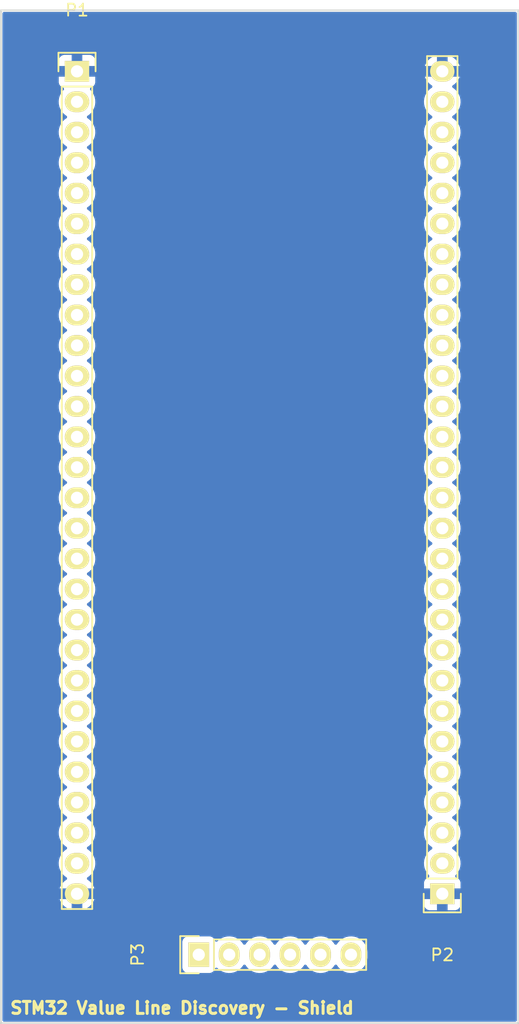
<source format=kicad_pcb>
(kicad_pcb (version 20221018) (generator pcbnew)
  (title_block (title "STM32 Value Line Discovery - Shiled board") (rev "1.0"))
  (layers (0 "F.Cu" signal) (31 "B.Cu" signal) (34 "B.Paste" user) (35 "F.Paste" user) (36 "B.SilkS" user "B.Silkscreen") (37 "F.SilkS" user "F.Silkscreen") (38 "B.Mask" user) (39 "F.Mask" user) (44 "Edge.Cuts" user))
  (net 0 "")
  (net 1 "GND")
  (footprint "Pin_Headers:Pin_Header_Straight_1x06" (layer "F.Cu") (at 49.53 113.03 90)
    (fp_text reference "P3" (at 0 -5.1 90) (layer "F.SilkS"))
    (fp_text value "CONN6")
    (fp_line (start -1.55 -1.55) (end 1.55 -1.55) (stroke (width 0.15)) (layer "F.SilkS"))
    (fp_line (start -1.55 0) (end -1.55 -1.55) (stroke (width 0.15)) (layer "F.SilkS"))
    (fp_line (start -1.27 13.97) (end -1.27 1.27) (stroke (width 0.15)) (layer "F.SilkS"))
    (fp_line (start 1.27 1.27) (end -1.27 1.27) (stroke (width 0.15)) (layer "F.SilkS"))
    (fp_line (start 1.27 1.27) (end 1.27 13.97) (stroke (width 0.15)) (layer "F.SilkS"))
    (fp_line (start 1.27 13.97) (end -1.27 13.97) (stroke (width 0.15)) (layer "F.SilkS"))
    (fp_line (start 1.55 -1.55) (end 1.55 0) (stroke (width 0.15)) (layer "F.SilkS"))
    (pad "1" thru_hole rect (at 0 0 90) (size 2.032 1.7272) (drill 1.016) (layers "*.Cu" "*.Mask" "F.SilkS"))
    (pad "2" thru_hole oval (at 0 2.54 90) (size 2.032 1.7272) (drill 1.016) (layers "*.Cu" "*.Mask" "F.SilkS"))
    (pad "3" thru_hole oval (at 0 5.08 90) (size 2.032 1.7272) (drill 1.016) (layers "*.Cu" "*.Mask" "F.SilkS"))
    (pad "4" thru_hole oval (at 0 7.62 90) (size 2.032 1.7272) (drill 1.016) (layers "*.Cu" "*.Mask" "F.SilkS"))
    (pad "5" thru_hole oval (at 0 10.16 90) (size 2.032 1.7272) (drill 1.016) (layers "*.Cu" "*.Mask" "F.SilkS"))
    (pad "6" thru_hole oval (at 0 12.7 90) (size 2.032 1.7272) (drill 1.016) (layers "*.Cu" "*.Mask" "F.SilkS"))
  )
  (footprint "Pin_Headers:Pin_Header_Straight_1x28" (layer "F.Cu") (at 39.37 39.37)
    (fp_text reference "P1" (at 0 -5.1) (layer "F.SilkS"))
    (fp_text value "CONN28")
    (fp_line (start -1.55 -1.55) (end 1.55 -1.55) (stroke (width 0.15)) (layer "F.SilkS"))
    (fp_line (start -1.55 0) (end -1.55 -1.55) (stroke (width 0.15)) (layer "F.SilkS"))
    (fp_line (start -1.27 1.27) (end -1.27 69.85) (stroke (width 0.15)) (layer "F.SilkS"))
    (fp_line (start -1.27 69.85) (end 1.27 69.85) (stroke (width 0.15)) (layer "F.SilkS"))
    (fp_line (start 1.27 1.27) (end -1.27 1.27) (stroke (width 0.15)) (layer "F.SilkS"))
    (fp_line (start 1.27 69.85) (end 1.27 1.27) (stroke (width 0.15)) (layer "F.SilkS"))
    (fp_line (start 1.55 -1.55) (end 1.55 0) (stroke (width 0.15)) (layer "F.SilkS"))
    (pad "1" thru_hole rect locked (at 0 0) (size 2.032 1.7272) (drill 1.016) (layers "*.Cu" "*.Mask" "F.SilkS") (net 1 "GND"))
    (pad "2" thru_hole oval locked (at 0 2.54) (size 2.032 1.7272) (drill 1.016) (layers "*.Cu" "*.Mask" "F.SilkS"))
    (pad "3" thru_hole oval locked (at 0 5.08) (size 2.032 1.7272) (drill 1.016) (layers "*.Cu" "*.Mask" "F.SilkS"))
    (pad "4" thru_hole oval locked (at 0 7.62) (size 2.032 1.7272) (drill 1.016) (layers "*.Cu" "*.Mask" "F.SilkS"))
    (pad "5" thru_hole oval locked (at 0 10.16) (size 2.032 1.7272) (drill 1.016) (layers "*.Cu" "*.Mask" "F.SilkS"))
    (pad "6" thru_hole oval locked (at 0 12.7) (size 2.032 1.7272) (drill 1.016) (layers "*.Cu" "*.Mask" "F.SilkS"))
    (pad "7" thru_hole oval locked (at 0 15.24) (size 2.032 1.7272) (drill 1.016) (layers "*.Cu" "*.Mask" "F.SilkS"))
    (pad "8" thru_hole oval locked (at 0 17.78) (size 2.032 1.7272) (drill 1.016) (layers "*.Cu" "*.Mask" "F.SilkS"))
    (pad "9" thru_hole oval locked (at 0 20.32) (size 2.032 1.7272) (drill 1.016) (layers "*.Cu" "*.Mask" "F.SilkS"))
    (pad "10" thru_hole oval locked (at 0 22.86) (size 2.032 1.7272) (drill 1.016) (layers "*.Cu" "*.Mask" "F.SilkS"))
    (pad "11" thru_hole oval locked (at 0 25.4) (size 2.032 1.7272) (drill 1.016) (layers "*.Cu" "*.Mask" "F.SilkS"))
    (pad "12" thru_hole oval locked (at 0 27.94) (size 2.032 1.7272) (drill 1.016) (layers "*.Cu" "*.Mask" "F.SilkS"))
    (pad "13" thru_hole oval locked (at 0 30.48) (size 2.032 1.7272) (drill 1.016) (layers "*.Cu" "*.Mask" "F.SilkS"))
    (pad "14" thru_hole oval locked (at 0 33.02) (size 2.032 1.7272) (drill 1.016) (layers "*.Cu" "*.Mask" "F.SilkS"))
    (pad "15" thru_hole oval locked (at 0 35.56) (size 2.032 1.7272) (drill 1.016) (layers "*.Cu" "*.Mask" "F.SilkS"))
    (pad "16" thru_hole oval locked (at 0 38.1) (size 2.032 1.7272) (drill 1.016) (layers "*.Cu" "*.Mask" "F.SilkS"))
    (pad "17" thru_hole oval locked (at 0 40.64) (size 2.032 1.7272) (drill 1.016) (layers "*.Cu" "*.Mask" "F.SilkS"))
    (pad "18" thru_hole oval locked (at 0 43.18) (size 2.032 1.7272) (drill 1.016) (layers "*.Cu" "*.Mask" "F.SilkS"))
    (pad "19" thru_hole oval locked (at 0 45.72) (size 2.032 1.7272) (drill 1.016) (layers "*.Cu" "*.Mask" "F.SilkS"))
    (pad "20" thru_hole oval locked (at 0 48.26) (size 2.032 1.7272) (drill 1.016) (layers "*.Cu" "*.Mask" "F.SilkS"))
    (pad "21" thru_hole oval locked (at 0 50.8) (size 2.032 1.7272) (drill 1.016) (layers "*.Cu" "*.Mask" "F.SilkS"))
    (pad "22" thru_hole oval locked (at 0 53.34) (size 2.032 1.7272) (drill 1.016) (layers "*.Cu" "*.Mask" "F.SilkS"))
    (pad "23" thru_hole oval locked (at 0 55.88) (size 2.032 1.7272) (drill 1.016) (layers "*.Cu" "*.Mask" "F.SilkS"))
    (pad "24" thru_hole oval locked (at 0 58.42) (size 2.032 1.7272) (drill 1.016) (layers "*.Cu" "*.Mask" "F.SilkS"))
    (pad "25" thru_hole oval locked (at 0 60.96) (size 2.032 1.7272) (drill 1.016) (layers "*.Cu" "*.Mask" "F.SilkS"))
    (pad "26" thru_hole oval locked (at 0 63.5) (size 2.032 1.7272) (drill 1.016) (layers "*.Cu" "*.Mask" "F.SilkS"))
    (pad "27" thru_hole oval locked (at 0 66.04) (size 2.032 1.7272) (drill 1.016) (layers "*.Cu" "*.Mask" "F.SilkS"))
    (pad "28" thru_hole oval locked (at 0 68.58) (size 2.032 1.7272) (drill 1.016) (layers "*.Cu" "*.Mask" "F.SilkS") (net 1 "GND"))
  )
  (footprint "Pin_Headers:Pin_Header_Straight_1x28" (layer "F.Cu") (at 69.85 107.95 180)
    (fp_text reference "P2" (at 0 -5.1 180) (layer "F.SilkS"))
    (fp_text value "CONN28")
    (fp_line (start -1.55 -1.55) (end 1.55 -1.55) (stroke (width 0.15)) (layer "F.SilkS"))
    (fp_line (start -1.55 0) (end -1.55 -1.55) (stroke (width 0.15)) (layer "F.SilkS"))
    (fp_line (start -1.27 1.27) (end -1.27 69.85) (stroke (width 0.15)) (layer "F.SilkS"))
    (fp_line (start -1.27 69.85) (end 1.27 69.85) (stroke (width 0.15)) (layer "F.SilkS"))
    (fp_line (start 1.27 1.27) (end -1.27 1.27) (stroke (width 0.15)) (layer "F.SilkS"))
    (fp_line (start 1.27 69.85) (end 1.27 1.27) (stroke (width 0.15)) (layer "F.SilkS"))
    (fp_line (start 1.55 -1.55) (end 1.55 0) (stroke (width 0.15)) (layer "F.SilkS"))
    (pad "1" thru_hole rect locked (at 0 0 180) (size 2.032 1.7272) (drill 1.016) (layers "*.Cu" "*.Mask" "F.SilkS") (net 1 "GND"))
    (pad "2" thru_hole oval locked (at 0 2.54 180) (size 2.032 1.7272) (drill 1.016) (layers "*.Cu" "*.Mask" "F.SilkS"))
    (pad "3" thru_hole oval locked (at 0 5.08 180) (size 2.032 1.7272) (drill 1.016) (layers "*.Cu" "*.Mask" "F.SilkS"))
    (pad "4" thru_hole oval locked (at 0 7.62 180) (size 2.032 1.7272) (drill 1.016) (layers "*.Cu" "*.Mask" "F.SilkS"))
    (pad "5" thru_hole oval locked (at 0 10.16 180) (size 2.032 1.7272) (drill 1.016) (layers "*.Cu" "*.Mask" "F.SilkS"))
    (pad "6" thru_hole oval locked (at 0 12.7 180) (size 2.032 1.7272) (drill 1.016) (layers "*.Cu" "*.Mask" "F.SilkS"))
    (pad "7" thru_hole oval locked (at 0 15.24 180) (size 2.032 1.7272) (drill 1.016) (layers "*.Cu" "*.Mask" "F.SilkS"))
    (pad "8" thru_hole oval locked (at 0 17.78 180) (size 2.032 1.7272) (drill 1.016) (layers "*.Cu" "*.Mask" "F.SilkS"))
    (pad "9" thru_hole oval locked (at 0 20.32 180) (size 2.032 1.7272) (drill 1.016) (layers "*.Cu" "*.Mask" "F.SilkS"))
    (pad "10" thru_hole oval locked (at 0 22.86 180) (size 2.032 1.7272) (drill 1.016) (layers "*.Cu" "*.Mask" "F.SilkS"))
    (pad "11" thru_hole oval locked (at 0 25.4 180) (size 2.032 1.7272) (drill 1.016) (layers "*.Cu" "*.Mask" "F.SilkS"))
    (pad "12" thru_hole oval locked (at 0 27.94 180) (size 2.032 1.7272) (drill 1.016) (layers "*.Cu" "*.Mask" "F.SilkS"))
    (pad "13" thru_hole oval locked (at 0 30.48 180) (size 2.032 1.7272) (drill 1.016) (layers "*.Cu" "*.Mask" "F.SilkS"))
    (pad "14" thru_hole oval locked (at 0 33.02 180) (size 2.032 1.7272) (drill 1.016) (layers "*.Cu" "*.Mask" "F.SilkS"))
    (pad "15" thru_hole oval locked (at 0 35.56 180) (size 2.032 1.7272) (drill 1.016) (layers "*.Cu" "*.Mask" "F.SilkS"))
    (pad "16" thru_hole oval locked (at 0 38.1 180) (size 2.032 1.7272) (drill 1.016) (layers "*.Cu" "*.Mask" "F.SilkS"))
    (pad "17" thru_hole oval locked (at 0 40.64 180) (size 2.032 1.7272) (drill 1.016) (layers "*.Cu" "*.Mask" "F.SilkS"))
    (pad "18" thru_hole oval locked (at 0 43.18 180) (size 2.032 1.7272) (drill 1.016) (layers "*.Cu" "*.Mask" "F.SilkS"))
    (pad "19" thru_hole oval locked (at 0 45.72 180) (size 2.032 1.7272) (drill 1.016) (layers "*.Cu" "*.Mask" "F.SilkS"))
    (pad "20" thru_hole oval locked (at 0 48.26 180) (size 2.032 1.7272) (drill 1.016) (layers "*.Cu" "*.Mask" "F.SilkS"))
    (pad "21" thru_hole oval locked (at 0 50.8 180) (size 2.032 1.7272) (drill 1.016) (layers "*.Cu" "*.Mask" "F.SilkS"))
    (pad "22" thru_hole oval locked (at 0 53.34 180) (size 2.032 1.7272) (drill 1.016) (layers "*.Cu" "*.Mask" "F.SilkS"))
    (pad "23" thru_hole oval locked (at 0 55.88 180) (size 2.032 1.7272) (drill 1.016) (layers "*.Cu" "*.Mask" "F.SilkS"))
    (pad "24" thru_hole oval locked (at 0 58.42 180) (size 2.032 1.7272) (drill 1.016) (layers "*.Cu" "*.Mask" "F.SilkS"))
    (pad "25" thru_hole oval locked (at 0 60.96 180) (size 2.032 1.7272) (drill 1.016) (layers "*.Cu" "*.Mask" "F.SilkS"))
    (pad "26" thru_hole oval locked (at 0 63.5 180) (size 2.032 1.7272) (drill 1.016) (layers "*.Cu" "*.Mask" "F.SilkS"))
    (pad "27" thru_hole oval locked (at 0 66.04 180) (size 2.032 1.7272) (drill 1.016) (layers "*.Cu" "*.Mask" "F.SilkS"))
    (pad "28" thru_hole oval locked (at 0 68.58 180) (size 2.032 1.7272) (drill 1.016) (layers "*.Cu" "*.Mask" "F.SilkS") (net 1 "GND"))
  )
  (gr_line (start 76.2 118.745) (end 33.02 118.745) (stroke (width 0.14986)) (layer "Edge.Cuts"))
  (gr_line (start 33.02 34.29) (end 76.2 34.29) (stroke (width 0.14986)) (layer "Edge.Cuts"))
  (gr_line (start 76.2 118.745) (end 76.2 34.29) (stroke (width 0.14986)) (layer "Edge.Cuts"))
  (gr_line (start 33.02 34.29) (end 33.02 118.745) (stroke (width 0.14986)) (layer "Edge.Cuts"))
  (gr_text "STM32 Value Line Discovery - Shield" (at 48.133 117.475) (layer "F.SilkS") (effects (font (size 1.00076 1.00076) (thickness 0.25146))))
  (zone (net 1) (net_name "GND") (layer "B.Cu") (connect_pads (clearance 0.508)) (min_thickness 0.254) (fill yes (thermal_gap 0.508) (thermal_bridge_width 0.889))
    (polygon (pts (xy 76.073 118.618) (xy 33.147 118.618) (xy 33.147 34.417) (xy 76.073 34.417)))
  )
)
</source>
